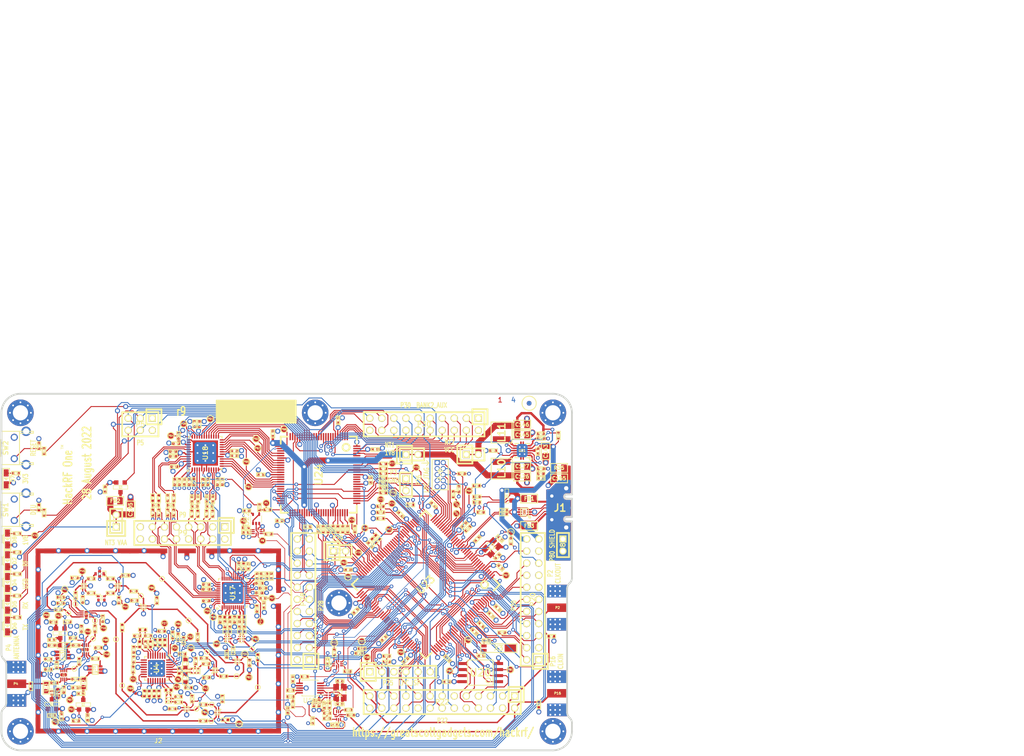
<source format=kicad_pcb>
(kicad_pcb (version 20211014) (generator pcbnew)

  (general
    (thickness 1.6116)
  )

  (paper "USLegal")
  (title_block
    (title "HackRF One")
    (date "2022-08-28")
    (rev "r9")
    (company "Copyright 2012-2022 Great Scott Gadgets")
    (comment 1 "Michael Ossmann")
    (comment 2 "Licensed under the CERN-OHL-P v2")
  )

  (layers
    (0 "F.Cu" signal "C1F")
    (1 "In1.Cu" signal "C2")
    (2 "In2.Cu" signal "C3")
    (31 "B.Cu" signal "C4B")
    (32 "B.Adhes" user "B.Adhesive")
    (33 "F.Adhes" user "F.Adhesive")
    (34 "B.Paste" user)
    (35 "F.Paste" user)
    (36 "B.SilkS" user "B.Silkscreen")
    (37 "F.SilkS" user "F.Silkscreen")
    (38 "B.Mask" user)
    (39 "F.Mask" user)
    (41 "Cmts.User" user "User.Comments")
    (44 "Edge.Cuts" user)
    (45 "Margin" user)
    (46 "B.CrtYd" user "B.Courtyard")
    (47 "F.CrtYd" user "F.Courtyard")
    (49 "F.Fab" user)
  )

  (setup
    (stackup
      (layer "F.SilkS" (type "Top Silk Screen") (color "White"))
      (layer "F.Paste" (type "Top Solder Paste"))
      (layer "F.Mask" (type "Top Solder Mask") (color "Green") (thickness 0.0127) (material "LPI") (epsilon_r 3.8) (loss_tangent 0))
      (layer "F.Cu" (type "copper") (thickness 0.035))
      (layer "dielectric 1" (type "prepreg") (thickness 0.2104) (material "7628") (epsilon_r 4.6) (loss_tangent 0))
      (layer "In1.Cu" (type "copper") (thickness 0.0152))
      (layer "dielectric 2" (type "core") (thickness 1.065) (material "7628") (epsilon_r 4.6) (loss_tangent 0))
      (layer "In2.Cu" (type "copper") (thickness 0.0152))
      (layer "dielectric 3" (type "prepreg") (thickness 0.2104) (material "7628") (epsilon_r 4.6) (loss_tangent 0))
      (layer "B.Cu" (type "copper") (thickness 0.035))
      (layer "B.Mask" (type "Bottom Solder Mask") (color "Green") (thickness 0.0127) (material "LPI") (epsilon_r 3.8) (loss_tangent 0))
      (layer "B.Paste" (type "Bottom Solder Paste"))
      (layer "B.SilkS" (type "Bottom Silk Screen") (color "White"))
      (copper_finish "ENIG")
      (dielectric_constraints yes)
    )
    (pad_to_mask_clearance 0.05)
    (pad_to_paste_clearance_ratio -0.12)
    (pcbplotparams
      (layerselection 0x00010e8_ffffffff)
      (disableapertmacros false)
      (usegerberextensions true)
      (usegerberattributes false)
      (usegerberadvancedattributes true)
      (creategerberjobfile false)
      (svguseinch false)
      (svgprecision 6)
      (excludeedgelayer true)
      (plotframeref false)
      (viasonmask false)
      (mode 1)
      (useauxorigin false)
      (hpglpennumber 1)
      (hpglpenspeed 20)
      (hpglpendiameter 15.000000)
      (dxfpolygonmode true)
      (dxfimperialunits true)
      (dxfusepcbnewfont true)
      (psnegative false)
      (psa4output false)
      (plotreference false)
      (plotvalue false)
      (plotinvisibletext false)
      (sketchpadsonfab false)
      (subtractmaskfromsilk false)
      (outputformat 1)
      (mirror false)
      (drillshape 0)
      (scaleselection 1)
      (outputdirectory "gerbers")
    )
  )

  (net 0 "")
  (net 1 "!MIX_BYPASS")
  (net 2 "!RX_AMP_PWR")
  (net 3 "!TX_AMP_PWR")
  (net 4 "!VAA_ENABLE")
  (net 5 "/Front End/RX_AMP_OUT")
  (net 6 "/Front End/RX_AMP_IN")
  (net 7 "/Front End/TX_AMP_IN")
  (net 8 "/Front End/TX_AMP_OUT")
  (net 9 "/Front End/REF_IN")
  (net 10 "/Baseband/TXBBQ-")
  (net 11 "/Baseband/TXBBQ+")
  (net 12 "/Baseband/TXBBI+")
  (net 13 "/Baseband/TXBBI-")
  (net 14 "/Baseband/COM")
  (net 15 "/Baseband/REFN")
  (net 16 "/Baseband/REFP")
  (net 17 "/Baseband/IA+")
  (net 18 "/Baseband/IA-")
  (net 19 "/Baseband/QA-")
  (net 20 "/Baseband/QA+")
  (net 21 "/Baseband/CPOUT-")
  (net 22 "/Baseband/CPOUT+")
  (net 23 "XCVR_CLK")
  (net 24 "/Baseband/XTAL2")
  (net 25 "/Microcontroller, CPLD, USB, Power/RTCX1")
  (net 26 "/Microcontroller, CPLD, USB, Power/REG_OUT2")
  (net 27 "/Microcontroller, CPLD, USB, Power/VBAT")
  (net 28 "/Microcontroller, CPLD, USB, Power/VIN")
  (net 29 "/Microcontroller, CPLD, USB, Power/REG_OUT1")
  (net 30 "/Microcontroller, CPLD, USB, Power/USB_SHIELD")
  (net 31 "/Microcontroller, CPLD, USB, Power/XTAL1")
  (net 32 "/Microcontroller, CPLD, USB, Power/XTAL2")
  (net 33 "/Microcontroller, CPLD, USB, Power/RTCX2")
  (net 34 "/Clock/XB")
  (net 35 "/Clock/XA")
  (net 36 "/Microcontroller, CPLD, USB, Power/VBUS")
  (net 37 "/Microcontroller, CPLD, USB, Power/LED1")
  (net 38 "/Microcontroller, CPLD, USB, Power/LED2")
  (net 39 "/Microcontroller, CPLD, USB, Power/LED3")
  (net 40 "/Baseband/RXBBQ-")
  (net 41 "/Baseband/RXBBI-")
  (net 42 "/Baseband/RXBBQ+")
  (net 43 "/Baseband/RXBBI+")
  (net 44 "/Front End/!ANT_BIAS")
  (net 45 "/Baseband/XCVR_CLKOUT")
  (net 46 "/Microcontroller, CPLD, USB, Power/RTC_ALARM")
  (net 47 "/Microcontroller, CPLD, USB, Power/WAKEUP")
  (net 48 "/Microcontroller, CPLD, USB, Power/GPIO3_8")
  (net 49 "/Microcontroller, CPLD, USB, Power/GPIO3_9")
  (net 50 "/Microcontroller, CPLD, USB, Power/GPIO3_10")
  (net 51 "/Microcontroller, CPLD, USB, Power/GPIO3_11")
  (net 52 "/Microcontroller, CPLD, USB, Power/GPIO3_12")
  (net 53 "/Microcontroller, CPLD, USB, Power/GPIO3_13")
  (net 54 "/Microcontroller, CPLD, USB, Power/GPIO3_14")
  (net 55 "/Microcontroller, CPLD, USB, Power/GPIO3_15")
  (net 56 "/Microcontroller, CPLD, USB, Power/ADC0_6")
  (net 57 "/Microcontroller, CPLD, USB, Power/ADC0_2")
  (net 58 "/Microcontroller, CPLD, USB, Power/VBUSCTRL")
  (net 59 "/Microcontroller, CPLD, USB, Power/ADC0_5")
  (net 60 "/Microcontroller, CPLD, USB, Power/ADC0_0")
  (net 61 "/Microcontroller, CPLD, USB, Power/RESET")
  (net 62 "/Microcontroller, CPLD, USB, Power/I2C1_SCL")
  (net 63 "/Microcontroller, CPLD, USB, Power/I2C1_SDA")
  (net 64 "/Microcontroller, CPLD, USB, Power/SPIFI_CIPO")
  (net 65 "/Microcontroller, CPLD, USB, Power/SPIFI_SCK")
  (net 66 "/Microcontroller, CPLD, USB, Power/SPIFI_COPI")
  (net 67 "/Microcontroller, CPLD, USB, Power/I2S0_RX_SCK")
  (net 68 "/Microcontroller, CPLD, USB, Power/I2S0_RX_SDA")
  (net 69 "/Microcontroller, CPLD, USB, Power/I2S0_RX_MCLK")
  (net 70 "/Microcontroller, CPLD, USB, Power/I2S0_RX_WS")
  (net 71 "/Microcontroller, CPLD, USB, Power/I2S0_TX_SCK")
  (net 72 "/Microcontroller, CPLD, USB, Power/I2S0_TX_MCLK")
  (net 73 "/Microcontroller, CPLD, USB, Power/U0_RXD")
  (net 74 "/Microcontroller, CPLD, USB, Power/U0_TXD")
  (net 75 "/Microcontroller, CPLD, USB, Power/P2_9")
  (net 76 "/Microcontroller, CPLD, USB, Power/P2_13")
  (net 77 "/Microcontroller, CPLD, USB, Power/P2_8")
  (net 78 "/Microcontroller, CPLD, USB, Power/DBGEN")
  (net 79 "/Microcontroller, CPLD, USB, Power/TMS")
  (net 80 "/Microcontroller, CPLD, USB, Power/TCK")
  (net 81 "/Microcontroller, CPLD, USB, Power/TDO")
  (net 82 "/Microcontroller, CPLD, USB, Power/TDI")
  (net 83 "/Microcontroller, CPLD, USB, Power/SD_CD")
  (net 84 "/Microcontroller, CPLD, USB, Power/SD_DAT3")
  (net 85 "/Microcontroller, CPLD, USB, Power/SD_DAT2")
  (net 86 "/Microcontroller, CPLD, USB, Power/SD_DAT1")
  (net 87 "/Microcontroller, CPLD, USB, Power/SD_DAT0")
  (net 88 "/Microcontroller, CPLD, USB, Power/SD_VOLT0")
  (net 89 "/Microcontroller, CPLD, USB, Power/SD_CMD")
  (net 90 "/Microcontroller, CPLD, USB, Power/SD_POW")
  (net 91 "/Microcontroller, CPLD, USB, Power/SD_CLK")
  (net 92 "/Microcontroller, CPLD, USB, Power/B1AUX14")
  (net 93 "/Microcontroller, CPLD, USB, Power/B1AUX13")
  (net 94 "/Microcontroller, CPLD, USB, Power/CPLD_TCK")
  (net 95 "/Microcontroller, CPLD, USB, Power/BANK2F3M2")
  (net 96 "/Microcontroller, CPLD, USB, Power/CPLD_TDI")
  (net 97 "/Microcontroller, CPLD, USB, Power/BANK2F3M6")
  (net 98 "/Microcontroller, CPLD, USB, Power/BANK2F3M12")
  (net 99 "/Microcontroller, CPLD, USB, Power/BANK2F3M4")
  (net 100 "/Microcontroller, CPLD, USB, Power/CPLD_TMS")
  (net 101 "/Microcontroller, CPLD, USB, Power/CPLD_TDO")
  (net 102 "/Microcontroller, CPLD, USB, Power/B2AUX16")
  (net 103 "/Microcontroller, CPLD, USB, Power/B2AUX15")
  (net 104 "/Microcontroller, CPLD, USB, Power/B2AUX14")
  (net 105 "/Microcontroller, CPLD, USB, Power/B2AUX13")
  (net 106 "/Microcontroller, CPLD, USB, Power/B2AUX12")
  (net 107 "/Microcontroller, CPLD, USB, Power/B2AUX11")
  (net 108 "/Microcontroller, CPLD, USB, Power/B2AUX10")
  (net 109 "/Microcontroller, CPLD, USB, Power/B2AUX9")
  (net 110 "/Microcontroller, CPLD, USB, Power/B2AUX8")
  (net 111 "/Microcontroller, CPLD, USB, Power/B2AUX7")
  (net 112 "/Microcontroller, CPLD, USB, Power/B2AUX6")
  (net 113 "/Microcontroller, CPLD, USB, Power/B2AUX5")
  (net 114 "/Microcontroller, CPLD, USB, Power/B2AUX4")
  (net 115 "/Microcontroller, CPLD, USB, Power/B2AUX3")
  (net 116 "/Microcontroller, CPLD, USB, Power/B2AUX2")
  (net 117 "/Microcontroller, CPLD, USB, Power/B2AUX1")
  (net 118 "/Microcontroller, CPLD, USB, Power/GCK0")
  (net 119 "/Microcontroller, CPLD, USB, Power/SPIFI_CS")
  (net 120 "/Microcontroller, CPLD, USB, Power/VREGMODE")
  (net 121 "/Microcontroller, CPLD, USB, Power/EN1V8")
  (net 122 "/Microcontroller, CPLD, USB, Power/SGPIO0")
  (net 123 "/Microcontroller, CPLD, USB, Power/SGPIO7")
  (net 124 "/Microcontroller, CPLD, USB, Power/SGPIO9")
  (net 125 "/Microcontroller, CPLD, USB, Power/SGPIO10")
  (net 126 "/Microcontroller, CPLD, USB, Power/SGPIO11")
  (net 127 "/Microcontroller, CPLD, USB, Power/SPIFI_SIO2")
  (net 128 "/Microcontroller, CPLD, USB, Power/SPIFI_SIO3")
  (net 129 "/Baseband/QD+")
  (net 130 "/Baseband/QD-")
  (net 131 "/Baseband/ID-")
  (net 132 "/Baseband/ID+")
  (net 133 "/Clock/CLK0")
  (net 134 "Net-(C169-Pad2)")
  (net 135 "/Microcontroller, CPLD, USB, Power/DP")
  (net 136 "/Microcontroller, CPLD, USB, Power/DM")
  (net 137 "/Microcontroller, CPLD, USB, Power/RREF")
  (net 138 "/Microcontroller, CPLD, USB, Power/BANK2F3M1")
  (net 139 "/Microcontroller, CPLD, USB, Power/SGPIO13")
  (net 140 "/Microcontroller, CPLD, USB, Power/BANK2F3M3")
  (net 141 "/Microcontroller, CPLD, USB, Power/SGPIO14")
  (net 142 "/Microcontroller, CPLD, USB, Power/SGPIO1")
  (net 143 "/Microcontroller, CPLD, USB, Power/BANK2F3M5")
  (net 144 "/Microcontroller, CPLD, USB, Power/SGPIO15")
  (net 145 "/Microcontroller, CPLD, USB, Power/BANK2F3M7")
  (net 146 "/Microcontroller, CPLD, USB, Power/BANK2F3M8")
  (net 147 "/Microcontroller, CPLD, USB, Power/SGPIO2")
  (net 148 "/Microcontroller, CPLD, USB, Power/BANK2F3M9")
  (net 149 "/Microcontroller, CPLD, USB, Power/SGPIO3")
  (net 150 "/Microcontroller, CPLD, USB, Power/BANK2F3M10")
  (net 151 "/Microcontroller, CPLD, USB, Power/BANK2F3M11")
  (net 152 "/Microcontroller, CPLD, USB, Power/SGPIO12")
  (net 153 "/Microcontroller, CPLD, USB, Power/SGPIO4")
  (net 154 "/Microcontroller, CPLD, USB, Power/BANK2F3M14")
  (net 155 "/Microcontroller, CPLD, USB, Power/SGPIO5")
  (net 156 "/Microcontroller, CPLD, USB, Power/BANK2F3M15")
  (net 157 "/Microcontroller, CPLD, USB, Power/SGPIO6")
  (net 158 "AMP_BYPASS")
  (net 159 "CLKIN")
  (net 160 "CLKOUT")
  (net 161 "CS_AD")
  (net 162 "CS_XCVR")
  (net 163 "DA0")
  (net 164 "DA1")
  (net 165 "DA2")
  (net 166 "DA3")
  (net 167 "DA4")
  (net 168 "DA5")
  (net 169 "DA6")
  (net 170 "DA7")
  (net 171 "DD0")
  (net 172 "DD1")
  (net 173 "DD2")
  (net 174 "DD3")
  (net 175 "DD4")
  (net 176 "DD5")
  (net 177 "DD6")
  (net 178 "DD7")
  (net 179 "DD8")
  (net 180 "DD9")
  (net 181 "GCK1")
  (net 182 "GCK2")
  (net 183 "GND")
  (net 184 "HP")
  (net 185 "LP")
  (net 186 "MCU_CLK")
  (net 187 "MIXER_ENX")
  (net 188 "MIXER_RESETX")
  (net 189 "MIXER_SCLK")
  (net 190 "MIXER_SDATA")
  (net 191 "MIX_BYPASS")
  (net 192 "MIX_CLK")
  (net 193 "RSSI")
  (net 194 "RX")
  (net 195 "RXENABLE")
  (net 196 "RX_AMP")
  (net 197 "RX_IF")
  (net 198 "RX_MIX_BP")
  (net 199 "SCL")
  (net 200 "SDA")
  (net 201 "SGPIO_CLK")
  (net 202 "SSP1_CIPO")
  (net 203 "SSP1_COPI")
  (net 204 "SSP1_SCK")
  (net 205 "TXENABLE")
  (net 206 "TX_AMP")
  (net 207 "TX_IF")
  (net 208 "TX_MIX_BP")
  (net 209 "VAA")
  (net 210 "VCC")
  (net 211 "XCVR_EN")
  (net 212 "Net-(C8-Pad2)")
  (net 213 "Net-(C9-Pad2)")
  (net 214 "Net-(C9-Pad1)")
  (net 215 "Net-(C12-Pad1)")
  (net 216 "Net-(C13-Pad1)")
  (net 217 "Net-(C14-Pad2)")
  (net 218 "Net-(C14-Pad1)")
  (net 219 "Net-(C15-Pad2)")
  (net 220 "Net-(C17-Pad2)")
  (net 221 "Net-(C17-Pad1)")
  (net 222 "Net-(C18-Pad2)")
  (net 223 "Net-(C18-Pad1)")
  (net 224 "Net-(C20-Pad2)")
  (net 225 "Net-(C20-Pad1)")
  (net 226 "Net-(C21-Pad2)")
  (net 227 "Net-(C21-Pad1)")
  (net 228 "Net-(C23-Pad2)")
  (net 229 "Net-(C23-Pad1)")
  (net 230 "Net-(C25-Pad1)")
  (net 231 "Net-(C26-Pad2)")
  (net 232 "Net-(C26-Pad1)")
  (net 233 "Net-(C27-Pad2)")
  (net 234 "Net-(C27-Pad1)")
  (net 235 "Net-(C28-Pad2)")
  (net 236 "Net-(C28-Pad1)")
  (net 237 "Net-(C31-Pad2)")
  (net 238 "Net-(C31-Pad1)")
  (net 239 "Net-(C32-Pad2)")
  (net 240 "Net-(C32-Pad1)")
  (net 241 "Net-(C43-Pad2)")
  (net 242 "Net-(C43-Pad1)")
  (net 243 "Net-(C44-Pad2)")
  (net 244 "Net-(C44-Pad1)")
  (net 245 "Net-(C46-Pad2)")
  (net 246 "Net-(C46-Pad1)")
  (net 247 "Net-(C48-Pad1)")
  (net 248 "Net-(C49-Pad2)")
  (net 249 "Net-(C50-Pad1)")
  (net 250 "Net-(C51-Pad2)")
  (net 251 "Net-(C51-Pad1)")
  (net 252 "Net-(C163-Pad2)")
  (net 253 "Net-(C58-Pad2)")
  (net 254 "Net-(C59-Pad2)")
  (net 255 "Net-(C61-Pad2)")
  (net 256 "Net-(C61-Pad1)")
  (net 257 "Net-(C62-Pad2)")
  (net 258 "Net-(C64-Pad2)")
  (net 259 "Net-(C64-Pad1)")
  (net 260 "Net-(C99-Pad2)")
  (net 261 "Net-(C99-Pad1)")
  (net 262 "Net-(C102-Pad2)")
  (net 263 "Net-(C102-Pad1)")
  (net 264 "Net-(C104-Pad2)")
  (net 265 "Net-(C104-Pad1)")
  (net 266 "Net-(C105-Pad1)")
  (net 267 "Net-(C106-Pad1)")
  (net 268 "Net-(C111-Pad2)")
  (net 269 "Net-(C111-Pad1)")
  (net 270 "Net-(C114-Pad2)")
  (net 271 "Net-(C114-Pad1)")
  (net 272 "Net-(C125-Pad2)")
  (net 273 "Net-(C160-Pad1)")
  (net 274 "Net-(D2-Pad2)")
  (net 275 "Net-(D4-Pad2)")
  (net 276 "Net-(D5-Pad2)")
  (net 277 "Net-(D6-Pad2)")
  (net 278 "Net-(D7-Pad2)")
  (net 279 "Net-(D8-Pad2)")
  (net 280 "Net-(FB1-Pad1)")
  (net 281 "Net-(FB2-Pad1)")
  (net 282 "Net-(FB3-Pad1)")
  (net 283 "Net-(J1-Pad3)")
  (net 284 "Net-(J1-Pad2)")
  (net 285 "Net-(L1-Pad2)")
  (net 286 "Net-(L1-Pad1)")
  (net 287 "Net-(L2-Pad1)")
  (net 288 "Net-(L3-Pad1)")
  (net 289 "Net-(L10-Pad1)")
  (net 290 "Net-(L11-Pad2)")
  (net 291 "Net-(D10-Pad1)")
  (net 292 "Net-(P6-Pad1)")
  (net 293 "Net-(P19-Pad1)")
  (net 294 "Net-(R4-Pad2)")
  (net 295 "Net-(R30-Pad2)")
  (net 296 "Net-(R19-Pad2)")
  (net 297 "Net-(R51-Pad1)")
  (net 298 "Net-(R52-Pad2)")
  (net 299 "Net-(R55-Pad2)")
  (net 300 "/Microcontroller, CPLD, USB, Power/BANK2F3M16")
  (net 301 "+1V8")
  (net 302 "unconnected-(P25-Pad3)")
  (net 303 "unconnected-(P26-Pad7)")
  (net 304 "unconnected-(U4-Pad1)")
  (net 305 "unconnected-(U4-Pad2)")
  (net 306 "unconnected-(U4-Pad3)")
  (net 307 "unconnected-(U4-Pad11)")
  (net 308 "unconnected-(U4-Pad13)")
  (net 309 "unconnected-(U4-Pad14)")
  (net 310 "unconnected-(U4-Pad17)")
  (net 311 "unconnected-(U4-Pad18)")
  (net 312 "unconnected-(U4-Pad20)")
  (net 313 "unconnected-(U4-Pad21)")
  (net 314 "unconnected-(U9-Pad2)")
  (net 315 "unconnected-(U12-Pad2)")
  (net 316 "unconnected-(U14-Pad2)")
  (net 317 "unconnected-(U15-Pad4)")
  (net 318 "unconnected-(U15-Pad6)")
  (net 319 "unconnected-(U17-Pad3)")
  (net 320 "unconnected-(U17-Pad6)")
  (net 321 "unconnected-(U17-Pad8)")
  (net 322 "unconnected-(U17-Pad9)")
  (net 323 "unconnected-(U17-Pad12)")
  (net 324 "unconnected-(U17-Pad14)")
  (net 325 "unconnected-(U17-Pad18)")
  (net 326 "unconnected-(U17-Pad33)")
  (net 327 "unconnected-(U17-Pad34)")
  (net 328 "unconnected-(U17-Pad40)")
  (net 329 "unconnected-(U18-Pad38)")
  (net 330 "Net-(C117-Pad1)")
  (net 331 "unconnected-(U23-Pad89)")
  (net 332 "unconnected-(U23-Pad90)")
  (net 333 "unconnected-(U24-Pad14)")
  (net 334 "unconnected-(U24-Pad15)")
  (net 335 "unconnected-(U24-Pad16)")
  (net 336 "unconnected-(U24-Pad20)")
  (net 337 "unconnected-(U24-Pad25)")
  (net 338 "unconnected-(U24-Pad44)")
  (net 339 "unconnected-(U24-Pad46)")
  (net 340 "unconnected-(U24-Pad49)")
  (net 341 "unconnected-(U24-Pad50)")
  (net 342 "unconnected-(U24-Pad52)")
  (net 343 "unconnected-(U24-Pad53)")
  (net 344 "unconnected-(U24-Pad54)")
  (net 345 "unconnected-(U24-Pad58)")
  (net 346 "unconnected-(U24-Pad59)")
  (net 347 "unconnected-(U24-Pad60)")
  (net 348 "unconnected-(U24-Pad63)")
  (net 349 "unconnected-(U24-Pad65)")
  (net 350 "unconnected-(U24-Pad66)")
  (net 351 "unconnected-(U24-Pad68)")
  (net 352 "unconnected-(U24-Pad73)")
  (net 353 "unconnected-(U24-Pad75)")
  (net 354 "unconnected-(U24-Pad80)")
  (net 355 "unconnected-(U24-Pad82)")
  (net 356 "unconnected-(U24-Pad85)")
  (net 357 "unconnected-(U24-Pad86)")
  (net 358 "unconnected-(U24-Pad87)")
  (net 359 "unconnected-(U24-Pad93)")
  (net 360 "unconnected-(U24-Pad95)")
  (net 361 "unconnected-(U24-Pad96)")
  (net 362 "Net-(D10-Pad2)")
  (net 363 "Net-(C117-Pad2)")
  (net 364 "CLKOUT_EN")
  (net 365 "MCU_CLK_EN")
  (net 366 "Net-(R31-Pad2)")
  (net 367 "Net-(R32-Pad2)")
  (net 368 "Net-(R33-Pad2)")
  (net 369 "Net-(R34-Pad2)")
  (net 370 "CLKIN_DETECT")
  (net 371 "Net-(R38-Pad1)")
  (net 372 "Net-(R39-Pad2)")
  (net 373 "Net-(R44-Pad2)")
  (net 374 "AD_CLK")
  (net 375 "Net-(R94-Pad2)")
  (net 376 "CLKIN_EN")
  (net 377 "FSX2_CLK")
  (net 378 "/Clock/CLK2")
  (net 379 "/Clock/CLK1")
  (net 380 "unconnected-(U4-Pad16)")
  (net 381 "unconnected-(U4-Pad9)")
  (net 382 "/Microcontroller, CPLD, USB, Power/TRST")
  (net 383 "/Microcontroller, CPLD, USB, Power/ID")
  (net 384 "/Microcontroller, CPLD, USB, Power/VBUS_DETECT")

  (footprint "gsg-modules:LTST-S220" (layer "F.Cu") (at 61.27 148.838 -90))

  (footprint "gsg-modules:LTST-S220" (layer "F.Cu") (at 61.27 139.694 -90))

  (footprint "gsg-modules:LTST-S220" (layer "F.Cu") (at 61.27 130.55 -90))

  (footprint "gsg-modules:LTST-S220" (layer "F.Cu") (at 61.27 144.266 -90))

  (footprint "gsg-modules:LTST-S220" (layer "F.Cu") (at 61.27 135.122 -90))

  (footprint "GSG-TESTPOINT-30MIL-MASKONLY" (layer "F.Cu") (at 89.31402 142.49908))

  (footprint "GSG-TESTPOINT-30MIL-MASKONLY" (layer "F.Cu") (at 84.1046 151.6574))

  (footprint "GSG-TESTPOINT-30MIL-MASKONLY" (layer "F.Cu") (at 75.57516 144.21358))

  (footprint "GSG-TESTPOINT-30MIL-MASKONLY" (layer "F.Cu") (at 74.0537 146.1516))

  (footprint "GSG-TESTPOINT-30MIL-MASKONLY" (layer "F.Cu") (at 93.782 138.932))

  (footprint "GSG-TESTPOINT-30MIL-MASKONLY" (layer "F.Cu") (at 85.4 161.3602))

  (footprint "GSG-TESTPOINT-30MIL-MASKONLY" (layer "F.Cu") (at 75.33894 157.8483))

  (footprint "GSG-TESTPOINT-30MIL-MASKONLY" (layer "F.Cu") (at 79.28 151.506))

  (footprint "GSG-TESTPOINT-30MIL-MASKONLY" (layer "F.Cu") (at 113.919 161.74974))

  (footprint "GSG-TESTPOINT-30MIL-MASKONLY" (layer "F.Cu") (at 104.11206 168.79824))

  (footprint "GSG-TESTPOINT-30MIL-MASKONLY" (layer "F.Cu") (at 104.25176 165.37432))

  (footprint "GSG-TESTPOINT-30MIL-MASKONLY" (layer "F.Cu") (at 101.0158 166.26332))

  (footprint "GSG-TESTPOINT-30MIL-MASKONLY" (layer "F.Cu") (at 79.6671 147.71116))

  (footprint "GSG-TESTPOINT-30MIL-MASKONLY" (layer "F.Cu") (at 109.47654 159.42564))

  (footprint "GSG-TESTPOINT-30MIL-MASKONLY" (layer "F.Cu") (at 99.36226 147.6883))

  (footprint "GSG-TESTPOINT-30MIL-MASKONLY" (layer "F.Cu") (at 103.23068 154.2796))

  (footprint "GSG-TESTPOINT-30MIL-MASKONLY" (layer "F.Cu") (at 112.71504 153.71064))

  (footprint "gsg-modules:LTST-S220" (layer "F.Cu") (at 61 117.9 -90))

  (footprint "GSG-MARK1MM" (layer "F.Cu") (at 171 102))

  (footprint "hackrf:GSG-0402" (layer "F.Cu") (at 91.0964 163.0468 -90))

  (footprint "hackrf:GSG-0402" (layer "F.Cu") (at 90.0804 163.0468 -90))

  (footprint "hackrf:GSG-0402" (layer "F.Cu") (at 93.1284 163.0468 -90))

  (footprint "hackrf:GSG-0402" (layer "F.Cu") (at 92.1124 163.0468 -90))

  (footprint "hackrf:GSG-0402" (layer "F.Cu") (at 92.341 152.328 90))

  (footprint "hackrf:GSG-0402" (layer "F.Cu") (at 93.357 152.328 90))

  (footprint "hackrf:GSG-0402" (layer "F.Cu") (at 107.084 168.5762 180))

  (footprint "hackrf:GSG-0402" (layer "F.Cu") (at 113.919 155.448 -90))

  (footprint "hackrf:GSG-0402" (layer "F.Cu") (at 85.4 149.1682 90))

  (footprint "hackrf:GSG-0402" (layer "F.Cu") (at 87.9808 143.4816))

  (footprint "hackrf:GSG-0402" (layer "F.Cu") (at 84.7138 143.4622 90))

  (footprint "hackrf:GSG-0402" (layer "F.Cu") (at 87.7944 153.8266 -90))

  (footprint "hackrf:GSG-0402" (layer "F.Cu") (at 88.5564 150.9056 180))

  (footprint "hackrf:GSG-0402" (layer "F.Cu") (at 90.3344 152.6836 90))

  (footprint "hackrf:GSG-0402" (layer "F.Cu") (at 90.8424 150.9056))

  (footprint "hackrf:GSG-0402" (layer "F.Cu") (at 106.4998 164.1566 90))

  (footprint "hackrf:GSG-0402" (layer "F.Cu") (at 82.9358 141.9382))

  (footprint "hackrf:GSG-0402" (layer "F.Cu") (at 78.8718 141.9382))

  (footprint "hackrf:GSG-0402" (layer "F.Cu") (at 77.0938 143.3352 90))

  (footprint "hackrf:GSG-0402" (layer "F.Cu") (at 87.8078 141.5288))

  (footprint "hackrf:GSG-0402" (layer "F.Cu") (at 102.4382 165.3794 180))

  (footprint "hackrf:GSG-0402" (layer "F.Cu") (at 95.9732 166.2726))

  (footprint "hackrf:GSG-0402" (layer "F.Cu") (at 101.2698 151.1808 90))

  (footprint "hackrf:GSG-0402" (layer "F.Cu") (at 92.6798 143.4816 -90))

  (footprint "hackrf:GSG-0402" (layer "F.Cu") (at 97.1924 163.7326))

  (footprint "hackrf:GSG-0402" (layer "F.Cu") (at 78.8718 138.8902 180))

  (footprint "hackrf:GSG-0402" (layer "F.Cu") (at 82.9358 138.8902))

  (footprint "hackrf:GSG-0402" (layer "F.Cu") (at 97.1924 164.8756))

  (footprint "hackrf:GSG-0402" (layer "F.Cu") (at 75.4174 138.7124 180))

  (footprint "hackrf:GSG-0402" (layer "F.Cu") (at 86.1 138.2))

  (footprint "hackrf:GSG-0402" (layer "F.Cu") (at 75.5952 142.4462 90))

  (footprint "hackrf:GSG-0402" (layer "F.Cu") (at 102.4382 168.8084 180))

  (footprint "hackrf:GSG-0402" (layer "F.Cu") (at 100.1134 164.139 90))

  (footprint "hackrf:GSG-0402" (layer "F.Cu") (at 98.31 151.9216 90))

  (footprint "hackrf:GSG-0402" (layer "F.Cu") (at 97.167 151.1596 90))

  (footprint "hackrf:GSG-0402" (layer "F.Cu") (at 96.024 150.7786 90))

  (footprint "hackrf:GSG-0402" (layer "F.Cu") (at 93.738 149.915 180))

  (footprint "hackrf:GSG-0402" (layer "F.Cu") (at 72.4456 142.8272))

  (footprint "hackrf:GSG-0402" (layer "F.Cu") (at 81.3054 147.3454 90))

  (footprint "hackrf:GSG-0402" (layer "F.Cu") (at 72.4456 144.0718))

  (footprint "hackrf:GSG-0402" (layer "F.Cu") (at 99.326 161.8276))

  (footprint "hackrf:GSG-0402" (layer "F.Cu") (at 98.056 154.7156 180))

  (footprint "hackrf:GSG-0402" (layer "F.Cu") (at 72.009 145.415 180))

  (footprint "hackrf:GSG-0402" (layer "F.Cu") (at 79.6798 149.4282 90))

  (footprint "hackrf:GSG-0402" (layer "F.Cu") (at 102.5906 155.6512))

  (footprint "hackrf:GSG-0402" (layer "F.Cu") (at 103.0478 156.7942 180))

  (footprint "hackrf:GSG-0402" (layer "F.Cu") (at 112.1664 156.5656 90))

  (footprint "hackrf:GSG-0402" (layer "F.Cu") (at 108.7374 154.0002 90))

  (footprint "hackrf:GSG-0402" (layer "F.Cu") (at 100.85 156.2396 -90))

  (footprint "hackrf:GSG-0402" (layer "F.Cu") (at 75.678 152.92))

  (footprint "hackrf:GSG-0402" (layer "F.Cu") (at 106.7414 159.434 180))

  (footprint "hackrf:GSG-0402" (layer "F.Cu") (at 70.598 152.92 180))

  (footprint "hackrf:GSG-0402" (layer "F.Cu") (at 70.9474 147.9998 180))

  (footprint "hackrf:GSG-0402" (layer "F.Cu") (at 103.124 159.6644 180))

  (footprint "hackrf:GSG-0402" (layer "F.Cu") (at 80.377 153.428))

  (footprint "hackrf:GSG-0402" (layer "F.Cu") (at 107.3912 154.8638 90))

  (footprint "hackrf:GSG-0402" (layer "F.Cu") (at 76.835 149.4282 90))

  (footprint "hackrf:GSG-0402" (layer "F.Cu") (at 71.614 157.111 90))

  (footprint "hackrf:GSG-0402" (layer "F.Cu") (at 79.742 155.714))

  (footprint "hackrf:GSG-0402" (layer "F.Cu") (at 75.043 151.396))

  (footprint "hackrf:GSG-0402" (layer "F.Cu") (at 76.3638 156.3236 90))

  (footprint "hackrf:GSG-0402" (layer "F.Cu") (at 75.551 160.032))

  (footprint "hackrf:GSG-0402" (layer "F.Cu") (at 73.0872 162.2418 -90))

  (footprint "hackrf:GSG-0402" (layer "F.Cu") (at 71.13 160.81 180))

  (footprint "hackrf:GSG-0402" (layer "F.Cu") (at 69.836 158))

  (footprint "hackrf:GSG-0402" (layer "F.Cu") (at 69.836 155.841))

  (footprint "hackrf:GSG-0402" (layer "F.Cu") (at 87.7 158 90))

  (footprint "hackrf:GSG-0402" (layer "F.Cu") (at 126.8 165.1 -90))

  (footprint "hackrf:GSG-0402" (layer "F.Cu") (at 125.7 165.1 -90))

  (footprint "hackrf:GSG-0402" (layer "F.Cu") (at 87.8 155.9 90))

  (footprint "hackrf:GSG-0402" (layer "F.Cu") (at 100.4824 118.5578 -90))

  (footprint "hackrf:GSG-0402" (layer "F.Cu") (at 99.4664 118.5578 -90))

  (footprint "hackrf:GSG-0402" (layer "F.Cu") (at 103.4034 118.5578 -90))

  (footprint "hackrf:GSG-0402" (layer "F.Cu") (at 102.3874 118.5578 -90))

  (footprint "hackrf:GSG-0402" (layer "F.Cu") (at 105.4354 118.5578 -90))

  (footprint "hackrf:GSG-0402" (layer "F.Cu") (at 106.4514 118.5578 -90))

  (footprint "hackrf:GSG-0402" (layer "F.Cu") (at 101.6254 106.3658 90))

  (footprint "hackrf:GSG-0402" (layer "F.Cu") (at 100.6094 106.3658 90))

  (footprint "hackrf:GSG-0402" (layer "F.Cu") (at 96.7359 110.4933 180))

  (footprint "hackrf:GSG-0402" (layer "F.Cu")
    (tedit 4FB6CFE4) (tstamp 00000000-0000-0000-0000-00005787e27a)
    (at 97.2439 108.8423 90)
    (property "Description" "CAP CER 2.2UF 10V 20% X5R 0402")
    (property "Manufacturer" "Taiyo Yuden")
    (property "Part Number" "LMK105BJ225MV-F")
    (property "Sheetfile" "baseband.kicad_sch")
    (property "Sheetname" "Baseband")
    (path "/00000000-0000-0000-0000-000050370666/00000000-0000-0000-0000-0000503f8e6a")
    (solder_mask_margin 0.1016)
    (attr through_hole)
    (fp_text reference "C80" (at 0 0.0508 90) (layer "F.SilkS")
      (effects (font (size 0.4064 0.4064) (thickness 0.1016)))
      (tstamp 456a6f1d-7dea-43fe-a673-e0edf54bafc9)
    )
    (fp_text value "2.2uF" (at
... [4417150 chars truncated]
</source>
